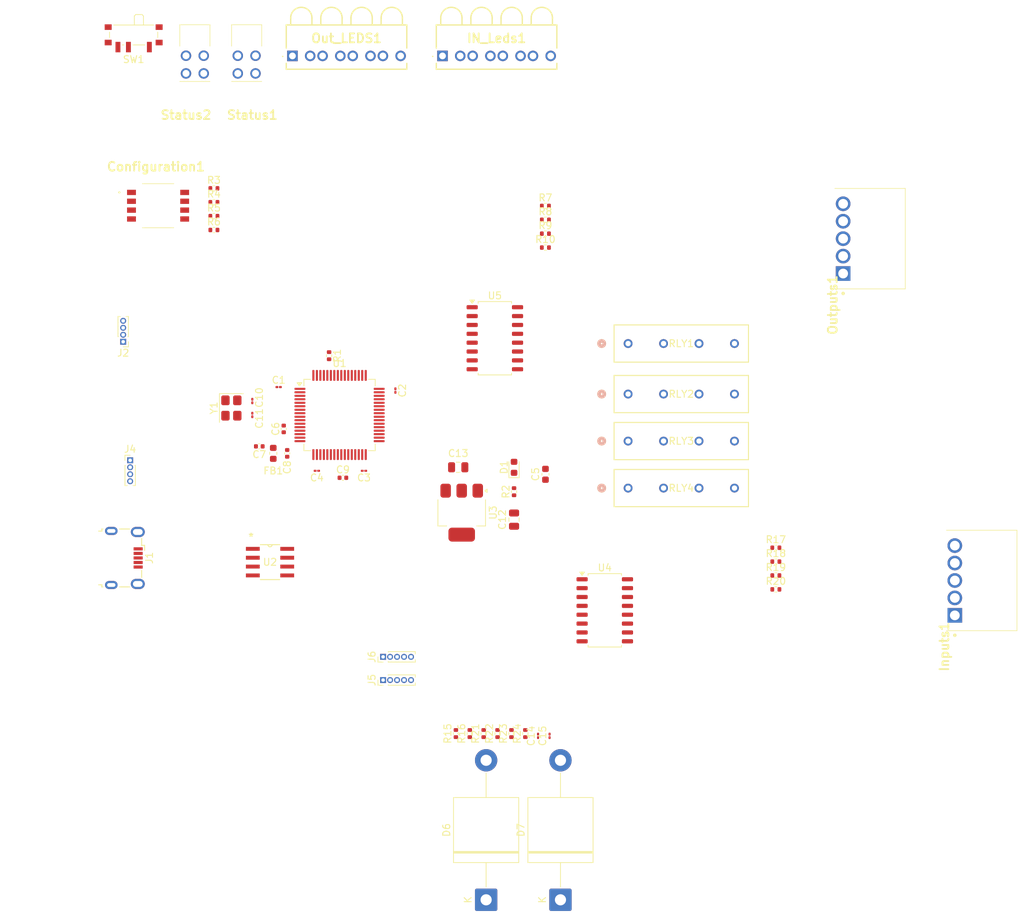
<source format=kicad_pcb>
(kicad_pcb (version 20241229) (generator "pcbnew") (generator_version "9.0")
  (layers (0 "F.Cu" signal) (2 "B.Cu" power) (13 "F.Paste" user) (15 "B.Paste" user) (5 "F.SilkS" user "F.Silkscreen") (7 "B.SilkS" user "B.Silkscreen") (1 "F.Mask" user) (3 "B.Mask" user) (25 "Edge.Cuts" user))
  (net 0 "")
  (net 1 "+3.3V")
  (net 2 "GND")
  (net 3 "+3.3VA")
  (net 4 "/NRST")
  (net 5 "/HSE_IN")
  (net 6 "/HSE_OUT")
  (net 7 "VBUS")
  (net 8 "/pwr_led_k")
  (net 11 "/USB_D-")
  (net 15 "/USB_D+")
  (net 16 "/swclk")
  (net 17 "/swdio")
  (net 18 "/USART2_TX")
  (net 19 "/USART2_RX")
  (net 20 "/USART3_TX")
  (net 21 "/USART3_RX")
  (net 22 "/BOOT0")
  (net 23 "/SW_BOOT0")
  (net 25 "/GPIO_out2")
  (net 26 "Net-(Inputs1-Pad4)")
  (net 27 "Net-(Inputs1-Pad3)")
  (net 29 "/485B-")
  (net 30 "Net-(Inputs1-Pad5)")
  (net 31 "/485A+")
  (net 32 "/GPIO_in3")
  (net 33 "/USART2_DE")
  (net 39 "/GPIO_INCon0")
  (net 44 "/GPIO_INCon1")
  (net 45 "/GPIO_INCon2")
  (net 46 "/GPIO_out0")
  (net 48 "/GPIO_INCon4")
  (net 49 "/GPIO_out3")
  (net 50 "/GPIO_in2")
  (net 52 "/GPIO_in0")
  (net 53 "Net-(Inputs1-Pad1)")
  (net 55 "/GPIO_in1")
  (net 59 "/GPIO_INCon3")
  (net 61 "Net-(Inputs1-Pad2)")
  (net 62 "/GPIO_out1")
  (net 65 "/Out0")
  (net 66 "/RelCom")
  (net 67 "/Out2")
  (net 68 "/Out1")
  (net 69 "/Out3")
  (net 70 "/InLED_A1")
  (net 71 "/InLED_Opto0")
  (net 72 "/InLED_A3")
  (net 73 "/Coi0")
  (net 74 "/Coi1")
  (net 75 "/Coi2")
  (net 76 "/Coi3")
  (net 77 "/GPIO_outRel1")
  (net 78 "/GPIO_outRel2")
  (net 79 "/GPIO_outRel0")
  (net 83 "/GPIO_outRel3")
  (net 85 "/InLED_A0")
  (net 86 "Net-(U5-Pad7)")
  (net 87 "Net-(U5-Pad3)")
  (net 88 "Net-(U5-Pad5)")
  (net 89 "Net-(U5-Pad1)")
  (net 90 "Net-(J5-Pin_3)")
  (net 91 "Net-(Status1-K_2)")
  (net 92 "Net-(Status1-K_1)")
  (net 93 "Net-(Status2-K_2)")
  (net 94 "Net-(Status2-K_1)")
  (net 95 "/LEDOut0")
  (net 96 "/LEDOut1")
  (net 97 "/LEDOut3")
  (net 98 "/LEDOut2")
  (net 99 "/InLED_A2")
  (net 100 "/InLED_Opto2")
  (net 101 "/InLED_Opto1")
  (net 102 "/InLED_Opto3")
  (net 103 "Net-(Configuration1-NO_4)")
  (net 104 "Net-(Configuration1-NO_2)")
  (net 105 "Net-(Configuration1-NO_1)")
  (net 106 "Net-(Configuration1-NO_3)")
  (footprint "MountingHole:MountingHole_3.5mm" (layer "F.Cu") (at 56.5 128)
    (property "Reference" "H2")
    (property "Value" "MountingHole")
    (pad "" np_thru_hole circle (at 0 0) (size 3.5 3.5) (drill 3.5) (layers "*.Cu" "*.Mask"))
  )
  (footprint "Capacitor_SMD:C_01005_0402Metric" (layer "F.Cu") (at 89.5 99.5 180)
    (property "Reference" "C3" (at 0 -1 0) (layer "F.SilkS"))
    (property "Value" "100n")
    (pad "1" smd roundrect (at -0.25 0 180) (size 0.4 0.3) (layers "F.Cu" "F.Mask") (net 1 "+3.3V"))
    (pad "2" smd roundrect (at 0.25 0 180) (size 0.4 0.3) (layers "F.Cu" "F.Mask") (net 2 "GND"))
  )
  (footprint "Resistor_SMD:R_0402_1005Metric" (layer "F.Cu") (at 148.51 114.51)
    (property "Reference" "R19" (at 0 -1.17 0) (layer "F.SilkS"))
    (property "Value" "1k")
    (pad "1" smd roundrect (at -0.51 0) (size 0.54 0.64) (layers "F.Cu" "F.Mask" "F.Paste") (net 26 "Net-(Inputs1-Pad4)"))
    (pad "2" smd roundrect (at 0.51 0) (size 0.54 0.64) (layers "F.Cu" "F.Mask" "F.Paste") (net 99 "/InLED_A2"))
  )
  (footprint "Resistor_SMD:R_0402_1005Metric" (layer "F.Cu") (at 68 62.99)
    (property "Reference" "R5" (at 0 -1.17 0) (layer "F.SilkS"))
    (property "Value" "10K")
    (pad "1" smd roundrect (at -0.51 0) (size 0.54 0.64) (layers "F.Cu" "F.Mask" "F.Paste") (net 104 "Net-(Configuration1-NO_2)"))
    (pad "2" smd roundrect (at 0.51 0) (size 0.54 0.64) (layers "F.Cu" "F.Mask" "F.Paste") (net 50 "/GPIO_in2"))
  )
  (footprint "3570-1419-054:RELAY4_3570-1333-051_COM" (layer "F.Cu") (at 127.34 81.2596)
    (property "Reference" "RLY1" (at 7.62 0 0) (layer "F.SilkS"))
    (property "Value" "3570-1333-051")
    (pad "1" thru_hole circle (at 0 0) (size 1.27 1.27) (drill 0.762) (layers "*.Cu" "*.Mask") (net 66 "/RelCom"))
    (pad "2" thru_hole circle (at 5.08 0) (size 1.27 1.27) (drill 0.762) (layers "*.Cu" "*.Mask") (net 7 "VBUS"))
    (pad "3" thru_hole circle (at 10.16 0) (size 1.27 1.27) (drill 0.762) (layers "*.Cu" "*.Mask") (net 73 "/Coi0"))
    (pad "4" thru_hole circle (at 15.24 0) (size 1.27 1.27) (drill 0.762) (layers "*.Cu" "*.Mask") (net 65 "/Out0"))
  )
  (footprint "Capacitor_SMD:C_0402_1005Metric" (layer "F.Cu") (at 74.5 96 180)
    (property "Reference" "C7" (at 0 -1.16 0) (layer "F.SilkS"))
    (property "Value" "1u")
    (pad "1" smd roundrect (at -0.48 0 180) (size 0.56 0.62) (layers "F.Cu" "F.Mask" "F.Paste") (net 3 "+3.3VA"))
    (pad "2" smd roundrect (at 0.48 0 180) (size 0.56 0.62) (layers "F.Cu" "F.Mask" "F.Paste") (net 2 "GND"))
  )
  (footprint "Package_QFP:LQFP-64_10x10mm_P0.5mm" (layer "F.Cu") (at 86 91.5)
    (property "Reference" "U1" (at 0 -7.4 0) (layer "F.SilkS"))
    (property "Value" "STM32F446RETx")
    (pad "1" smd roundrect (at -5.675 -3.75) (size 1.55 0.3) (layers "F.Cu" "F.Mask" "F.Paste") (net 1 "+3.3V"))
    (pad "2" smd roundrect (at -5.675 -3.25) (size 1.55 0.3) (layers "F.Cu" "F.Mask" "F.Paste"))
    (pad "3" smd roundrect (at -5.675 -2.75) (size 1.55 0.3) (layers "F.Cu" "F.Mask" "F.Paste"))
    (pad "4" smd roundrect (at -5.675 -2.25) (size 1.55 0.3) (layers "F.Cu" "F.Mask" "F.Paste"))
    (pad "5" smd roundrect (at -5.675 -1.75) (size 1.55 0.3) (layers "F.Cu" "F.Mask" "F.Paste") (net 5 "/HSE_IN"))
    (pad "6" smd roundrect (at -5.675 -1.25) (size 1.55 0.3) (layers "F.Cu" "F.Mask" "F.Paste") (net 6 "/HSE_OUT"))
    (pad "7" smd roundrect (at -5.675 -0.75) (size 1.55 0.3) (layers "F.Cu" "F.Mask" "F.Paste") (net 4 "/NRST"))
    (pad "8" smd roundrect (at -5.675 -0.25) (size 1.55 0.3) (layers "F.Cu" "F.Mask" "F.Paste") (net 52 "/GPIO_in0"))
    (pad "9" smd roundrect (at -5.675 0.25) (size 1.55 0.3) (layers "F.Cu" "F.Mask" "F.Paste") (net 55 "/GPIO_in1"))
    (pad "10" smd roundrect (at -5.675 0.75) (size 1.55 0.3) (layers "F.Cu" "F.Mask" "F.Paste") (net 50 "/GPIO_in2"))
    (pad "11" smd roundrect (at -5.675 1.25) (size 1.55 0.3) (layers "F.Cu" "F.Mask" "F.Paste") (net 32 "/GPIO_in3"))
    (pad "12" smd roundrect (at -5.675 1.75) (size 1.55 0.3) (layers "F.Cu" "F.Mask" "F.Paste") (net 2 "GND"))
    (pad "13" smd roundrect (at -5.675 2.25) (size 1.55 0.3) (layers "F.Cu" "F.Mask" "F.Paste") (net 3 "+3.3VA"))
    (pad "14" smd roundrect (at -5.675 2.75) (size 1.55 0.3) (layers "F.Cu" "F.Mask" "F.Paste"))
    (pad "15" smd roundrect (at -5.675 3.25) (size 1.55 0.3) (layers "F.Cu" "F.Mask" "F.Paste") (net 33 "/USART2_DE"))
    (pad "16" smd roundrect (at -5.675 3.75) (size 1.55 0.3) (layers "F.Cu" "F.Mask" "F.Paste") (net 18 "/USART2_TX"))
    (pad "17" smd roundrect (at -3.75 5.675) (size 0.3 1.55) (layers "F.Cu" "F.Mask" "F.Paste") (net 19 "/USART2_RX"))
    (pad "18" smd roundrect (at -3.25 5.675) (size 0.3 1.55) (layers "F.Cu" "F.Mask" "F.Paste") (net 2 "GND"))
    (pad "19" smd roundrect (at -2.75 5.675) (size 0.3 1.55) (layers "F.Cu" "F.Mask" "F.Paste") (net 1 "+3.3V"))
    (pad "20" smd roundrect (at -2.25 5.675) (size 0.3 1.55) (layers "F.Cu" "F.Mask" "F.Paste") (net 79 "/GPIO_outRel0"))
    (pad "21" smd roundrect (at -1.75 5.675) (size 0.3 1.55) (layers "F.Cu" "F.Mask" "F.Paste") (net 77 "/GPIO_outRel1"))
    (pad "22" smd roundrect (at -1.25 5.675) (size 0.3 1.55) (layers "F.Cu" "F.Mask" "F.Paste") (net 78 "/GPIO_outRel2"))
    (pad "23" smd roundrect (at -0.75 5.675) (size 0.3 1.55) (layers "F.Cu" "F.Mask" "F.Paste") (net 83 "/GPIO_outRel3"))
    (pad "24" smd roundrect (at -0.25 5.675) (size 0.3 1.55) (layers "F.Cu" "F.Mask" "F.Paste"))
    (pad "25" smd roundrect (at 0.25 5.675) (size 0.3 1.55) (layers "F.Cu" "F.Mask" "F.Paste") (net 21 "/USART3_RX"))
    (pad "26" smd roundrect (at 0.75 5.675) (size 0.3 1.55) (layers "F.Cu" "F.Mask" "F.Paste"))
    (pad "27" smd roundrect (at 1.25 5.675) (size 0.3 1.55) (layers "F.Cu" "F.Mask" "F.Paste"))
    (pad "28" smd roundrect (at 1.75 5.675) (size 0.3 1.55) (layers "F.Cu" "F.Mask" "F.Paste"))
    (pad "29" smd roundrect (at 2.25 5.675) (size 0.3 1.55) (layers "F.Cu" "F.Mask" "F.Paste") (net 20 "/USART3_TX"))
    (pad "30" smd roundrect (at 2.75 5.675) (size 0.3 1.55) (layers "F.Cu" "F.Mask" "F.Paste"))
    (pad "31" smd roundrect (at 3.25 5.675) (size 0.3 1.55) (layers "F.Cu" "F.Mask" "F.Paste") (net 2 "GND"))
    (pad "32" smd roundrect (at 3.75 5.675) (size 0.3 1.55) (layers "F.Cu" "F.Mask" "F.Paste") (net 1 "+3.3V"))
    (pad "33" smd roundrect (at 5.675 3.75) (size 1.55 0.3) (layers "F.Cu" "F.Mask" "F.Paste") (net 39 "/GPIO_INCon0"))
    (pad "34" smd roundrect (at 5.675 3.25) (size 1.55 0.3) (layers "F.Cu" "F.Mask" "F.Paste") (net 45 "/GPIO_INCon2"))
    (pad "35" smd roundrect (at 5.675 2.75) (size 1.55 0.3) (layers "F.Cu" "F.Mask" "F.Paste") (net 59 "/GPIO_INCon3"))
    (pad "36" smd roundrect (at 5.675 2.25) (size 1.55 0.3) (layers "F.Cu" "F.Mask" "F.Paste") (net 59 "/GPIO_INCon3"))
    (pad "37" smd roundrect (at 5.675 1.75) (size 1.55 0.3) (layers "F.Cu" "F.Mask" "F.Paste"))
    (pad "38" smd roundrect (at 5.675 1.25) (size 1.55 0.3) (layers "F.Cu" "F.Mask" "F.Paste"))
    (pad "39" smd roundrect (at 5.675 0.75) (size 1.55 0.3) (layers "F.Cu" "F.Mask" "F.Paste"))
    (pad "40" smd roundrect (at 5.675 0.25) (size 1.55 0.3) (layers "F.Cu" "F.Mask" "F.Paste"))
    (pad "41" smd roundrect (at 5.675 -0.25) (size 1.55 0.3) (layers "F.Cu" "F.Mask" "F.Paste"))
    (pad "42" smd roundrect (at 5.675 -0.75) (size 1.55 0.3) (layers "F.Cu" "F.Mask" "F.Paste"))
    (pad "43" smd roundrect (at 5.675 -1.25) (size 1.55 0.3) (layers "F.Cu" "F.Mask" "F.Paste"))
    (pad "44" smd roundrect (at 5.675 -1.75) (size 1.55 0.3) (layers "F.Cu" "F.Mask" "F.Paste") (net 11 "/USB_D-"))
    (pad "45" smd roundrect (at 5.675 -2.25) (size 1.55 0.3) (layers "F.Cu" "F.Mask" "F.Paste") (net 15 "/USB_D+"))
    (pad "46" smd roundrect (at 5.675 -2.75) (size 1.55 0.3) (layers "F.Cu" "F.Mask" "F.Paste") (net 17 "/swdio"))
    (pad "47" smd roundrect (at 5.675 -3.25) (size 1.55 0.3) (layers "F.Cu" "F.Mask" "F.Paste") (net 2 "GND"))
    (pad "48" smd roundrect (at 5.675 -3.75) (size 1.55 0.3) (layers "F.Cu" "F.Mask" "F.Paste") (net 1 "+3.3V"))
    (pad "49" smd roundrect (at 3.75 -5.675) (size 0.3 1.55) (layers "F.Cu" "F.Mask" "F.Paste") (net 16 "/swclk"))
    (pad "50" smd roundrect (at 3.25 -5.675) (size 0.3 1.55) (layers "F.Cu" "F.Mask" "F.Paste"))
    (pad "51" smd roundrect (at 2.75 -5.675) (size 0.3 1.55) (layers "F.Cu" "F.Mask" "F.Paste"))
    (pad "52" smd roundrect (at 2.25 -5.675) (size 0.3 1.55) (layers "F.Cu" "F.Mask" "F.Paste"))
    (pad "53" smd roundrect (at 1.75 -5.675) (size 0.3 1.55) (layers "F.Cu" "F.Mask" "F.Paste"))
    (pad "54" smd roundrect (at 1.25 -5.675) (size 0.3 1.55) (layers "F.Cu" "F.Mask" "F.Paste"))
    (pad "55" smd roundrect (at 0.75 -5.675) (size 0.3 1.55) (layers "F.Cu" "F.Mask" "F.Paste") (net 46 "/GPIO_out0"))
    (pad "56" smd roundrect (at 0.25 -5.675) (size 0.3 1.55) (layers "F.Cu" "F.Mask" "F.Paste") (net 62 "/GPIO_out1"))
    (pad "57" smd roundrect (at -0.25 -5.675) (size 0.3 1.55) (layers "F.Cu" "F.Mask" "F.Paste") (net 25 "/GPIO_out2"))
    (pad "58" smd roundrect (at -0.75 -5.675) (size 0.3 1.55) (layers "F.Cu" "F.Mask" "F.Paste") (net 49 "/GPIO_out3"))
    (pad "59" smd roundrect (at -1.25 -5.675) (size 0.3 1.55) (layers "F.Cu" "F.Mask" "F.Paste"))
    (pad "60" smd roundrect (at -1.75 -5.675) (size 0.3 1.55) (layers "F.Cu" "F.Mask" "F.Paste") (net 22 "/BOOT0"))
    (pad "61" smd roundrect (at -2.25 -5.675) (size 0.3 1.55) (layers "F.Cu" "F.Mask" "F.Paste"))
    (pad "62" smd roundrect (at -2.75 -5.675) (size 0.3 1.55) (layers "F.Cu" "F.Mask" "F.Paste"))
    (pad "63" smd roundrect (at -3.25 -5.675) (size 0.3 1.55) (layers "F.Cu" "F.Mask" "F.Paste") (net 2 "GND"))
    (pad "64" smd roundrect (at -3.75 -5.675) (size 0.3 1.55) (layers "F.Cu" "F.Mask" "F.Paste") (net 1 "+3.3V"))
  )
  (footprint "Inductor_SMD:L_0603_1608Metric" (layer "F.Cu") (at 76.5 97 -90)
    (property "Reference" "FB1" (at 2.5 0 0) (layer "F.SilkS"))
    (property "Value" "120R")
    (pad "1" smd roundrect (at -0.7875 0 270) (size 0.875 0.95) (layers "F.Cu" "F.Mask" "F.Paste") (net 3 "+3.3VA"))
    (pad "2" smd roundrect (at 0.7875 0 270) (size 0.875 0.95) (layers "F.Cu" "F.Mask" "F.Paste") (net 1 "+3.3V"))
  )
  (footprint "Connector_PinHeader_1.00mm:PinHeader_1x04_P1.00mm_Vertical" (layer "F.Cu") (at 56 98)
    (property "Reference" "J4" (at 0 -1.61 0) (layer "F.SilkS"))
    (property "Value" "USART3")
    (pad "1" thru_hole rect (at 0 0) (size 0.85 0.85) (drill 0.5) (layers "*.Cu" "*.Mask") (net 1 "+3.3V"))
    (pad "2" thru_hole circle (at 0 1) (size 0.85 0.85) (drill 0.5) (layers "*.Cu" "*.Mask") (net 20 "/USART3_TX"))
    (pad "3" thru_hole circle (at 0 2) (size 0.85 0.85) (drill 0.5) (layers "*.Cu" "*.Mask") (net 21 "/USART3_RX"))
    (pad "4" thru_hole circle (at 0 3) (size 0.85 0.85) (drill 0.5) (layers "*.Cu" "*.Mask") (net 2 "GND"))
  )
  (footprint "Resistor_SMD:R_0402_1005Metric" (layer "F.Cu") (at 115.49 65.51)
    (property "Reference" "R9" (at 0 -1.17 0) (layer "F.SilkS"))
    (property "Value" "1k5")
    (pad "1" smd roundrect (at -0.51 0) (size 0.54 0.64) (layers "F.Cu" "F.Mask" "F.Paste") (net 7 "VBUS"))
    (pad "2" smd roundrect (at 0.51 0) (size 0.54 0.64) (layers "F.Cu" "F.Mask" "F.Paste") (net 75 "/Coi2"))
  )
  (footprint "Capacitor_SMD:C_0402_1005Metric" (layer "F.Cu") (at 86.48 100.5)
    (property "Reference" "C9" (at 0 -1.16 0) (layer "F.SilkS"))
    (property "Value" "100n")
    (pad "1" smd roundrect (at -0.48 0) (size 0.56 0.62) (layers "F.Cu" "F.Mask" "F.Paste") (net 4 "/NRST"))
    (pad "2" smd roundrect (at 0.48 0) (size 0.56 0.62) (layers "F.Cu" "F.Mask" "F.Paste") (net 2 "GND"))
  )
  (footprint "Capacitor_SMD:C_0805_2012Metric" (layer "F.Cu") (at 103 99)
    (property "Reference" "C13" (at 0 -2 0) (layer "F.SilkS"))
    (property "Value" "22u")
    (pad "1" smd roundrect (at -0.95 0) (size 1 1.45) (layers "F.Cu" "F.Mask" "F.Paste") (net 7 "VBUS"))
    (pad "2" smd roundrect (at 0.95 0) (size 1 1.45) (layers "F.Cu" "F.Mask" "F.Paste") (net 2 "GND"))
  )
  (footprint "1963450:1963450" (layer "F.Cu") (at 158.15 71.225 90)
    (property "Reference" "Outputs1" (at -4.5 -1.5 90) (layer "F.SilkS") (effects (font (size 1.27 1.27) (thickness 0.254))))
    (property "Value" "1963450" (hide yes))
    (pad "1" thru_hole rect (at 0 0 90) (size 2.1 2.1) (drill 1.4) (layers "*.Cu" "*.Mask") (net 69 "/Out3"))
    (pad "2" thru_hole circle (at 2.5 0 90) (size 2.1 2.1) (drill 1.4) (layers "*.Cu" "*.Mask") (net 67 "/Out2"))
    (pad "3" thru_hole circle (at 5 0 90) (size 2.1 2.1) (drill 1.4) (layers "*.Cu" "*.Mask") (net 68 "/Out1"))
    (pad "4" thru_hole circle (at 7.5 0 90) (size 2.1 2.1) (drill 1.4) (layers "*.Cu" "*.Mask") (net 65 "/Out0"))
    (pad "5" thru_hole circle (at 10 0 90) (size 2.1 2.1) (drill 1.4) (layers "*.Cu" "*.Mask") (net 66 "/RelCom"))
  )
  (footprint "Capacitor_SMD:C_01005_0402Metric" (layer "F.Cu") (at 116.09 137.5 90)
    (property "Reference" "C15" (at 0 -1 90) (layer "F.SilkS"))
    (property "Value" "100n")
    (pad "1" smd roundrect (at -0.25 0 90) (size 0.4 0.3) (layers "F.Cu" "F.Mask") (net 1 "+3.3V"))
    (pad "2" smd roundrect (at 0.25 0 90) (size 0.4 0.3) (layers "F.Cu" "F.Mask") (net 2 "GND"))
  )
  (footprint "Resistor_SMD:R_0402_1005Metric" (layer "F.Cu") (at 106.65 137.17 90)
    (property "Reference" "R21" (at 0 -1.17 90) (layer "F.SilkS"))
    (property "Value" "10K")
    (pad "1" smd roundrect (at -0.51 0 90) (size 0.54 0.64) (layers "F.Cu" "F.Mask" "F.Paste") (net 39 "/GPIO_INCon0"))
    (pad "2" smd roundrect (at 0.51 0 90) (size 0.54 0.64) (layers "F.Cu" "F.Mask" "F.Paste") (net 1 "+3.3V"))
  )
  (footprint "Connector_PinHeader_1.00mm:PinHeader_1x05_P1.00mm_Vertical" (layer "F.Cu") (at 92.24 129.5 90)
    (property "Reference" "J5" (at 0 -1.61 90) (layer "F.SilkS"))
    (property "Value" "InterPCBBus1")
    (pad "1" thru_hole rect (at 0 0 90) (size 0.85 0.85) (drill 0.5) (layers "*.Cu" "*.Mask") (net 7 "VBUS"))
    (pad "2" thru_hole circle (at 0 1 90) (size 0.85 0.85) (drill 0.5) (layers "*.Cu" "*.Mask") (net 29 "/485B-"))
    (pad "3" thru_hole circle (at 0 2 90) (size 0.85 0.85) (drill 0.5) (layers "*.Cu" "*.Mask") (net 90 "Net-(J5-Pin_3)"))
    (pad "4" thru_hole circle (at 0 3 90) (size 0.85 0.85) (drill 0.5) (layers "*.Cu" "*.Mask") (net 31 "/485A+"))
    (pad "5" thru_hole circle (at 0 4 90) (size 0.85 0.85) (drill 0.5) (layers "*.Cu" "*.Mask") (net 7 "VBUS"))
  )
  (footprint "MountingHole:MountingHole_3.5mm" (layer "F.Cu") (at 142 48.5)
    (property "Reference" "H3")
    (property "Value" "MountingHole")
    (pad "" np_thru_hole circle (at 0 0) (size 3.5 3.5) (drill 3.5) (layers "*.Cu" "*.Mask"))
  )
  (footprint "Resistor_SMD:R_0402_1005Metric" (layer "F.Cu") (at 115.49 63.52)
    (property "Reference" "R8" (at 0 -1.17 0) (layer "F.SilkS"))
    (property "Value" "1k5")
    (pad "1" smd roundrect (at -0.51 0) (size 0.54 0.64) (layers "F.Cu" "F.Mask" "F.Paste") (net 7 "VBUS"))
    (pad "2" smd roundrect (at 0.51 0) (size 0.54 0.64) (layers "F.Cu" "F.Mask" "F.Paste") (net 74 "/Coi1"))
  )
  (footprint "Capacitor_SMD:C_01005_0402Metric" (layer "F.Cu") (at 73.5 91.5 -90)
    (property "Reference" "C11" (at 0.5 -1 90) (layer "F.SilkS"))
    (property "Value" "10p")
    (pad "1" smd roundrect (at -0.25 0 270) (size 0.4 0.3) (layers "F.Cu" "F.Mask") (net 6 "/HSE_OUT"))
    (pad "2" smd roundrect (at 0.25 0 270) (size 0.4 0.3) (layers "F.Cu" "F.Mask") (net 2 "GND"))
  )
  (footprint "Package_SO:SOP-16_4.55x10.3mm_P1.27mm" (layer "F.Cu") (at 124 119.5)
    (property "Reference" "U4" (at 0 -6.1 0) (layer "F.SilkS"))
    (property "Value" "TLP290-4")
    (pad "1" smd roundrect (at -3.25 -4.445) (size 1.6 0.6) (layers "F.Cu" "F.Mask" "F.Paste") (net 71 "/InLED_Opto0"))
    (pad "2" smd roundrect (at -3.25 -3.175) (size 1.6 0.6) (layers "F.Cu" "F.Mask" "F.Paste") (net 53 "Net-(Inputs1-Pad1)"))
    (pad "3" smd roundrect (at -3.25 -1.905) (size 1.6 0.6) (layers "F.Cu" "F.Mask" "F.Paste") (net 101 "/InLED_Opto1"))
    (pad "4" smd roundrect (at -3.25 -0.635) (size 1.6 0.6) (layers "F.Cu" "F.Mask" "F.Paste") (net 53 "Net-(Inputs1-Pad1)"))
    (pad "5" smd roundrect (at -3.25 0.635) (size 1.6 0.6) (layers "F.Cu" "F.Mask" "F.Paste") (net 102 "/InLED_Opto3"))
    (pad "6" smd roundrect (at -3.25 1.905) (size 1.6 0.6) (layers "F.Cu" "F.Mask" "F.Paste") (net 53 "Net-(Inputs1-Pad1)"))
    (pad "7" smd roundrect (at -3.25 3.175) (size 1.6 0.6) (layers "F.Cu" "F.Mask" "F.Paste") (net 100 "/InLED_Opto2"))
    (pad "8" smd roundrect (at -3.25 4.445) (size 1.6 0.6) (layers "F.Cu" "F.Mask" "F.Paste") (net 53 "Net-(Inputs1-Pad1)"))
    (pad "9" smd roundrect (at 3.25 4.445) (size 1.6 0.6) (layers "F.Cu" "F.Mask" "F.Paste") (net 2 "GND"))
    (pad "10" smd roundrect (at 3.25 3.175) (size 1.6 0.6) (layers "F.Cu" "F.Mask" "F.Paste") (net 45 "/GPIO_INCon2"))
    (pad "11" smd roundrect (at 3.25 1.905) (size 1.6 0.6) (layers "F.Cu" "F.Mask" "F.Paste") (net 2 "GND"))
    (pad "12" smd roundrect (at 3.25 0.635) (size 1.6 0.6) (layers "F.Cu" "F.Mask" "F.Paste") (net 48 "/GPIO_INCon4"))
    (pad "13" smd roundrect (at 3.25 -0.635) (size 1.6 0.6) (layers "F.Cu" "F.Mask" "F.Paste") (net 2 "GND"))
    (pad "14" smd roundrect (at 3.25 -1.905) (size 1.6 0.6) (layers "F.Cu" "F.Mask" "F.Paste") (net 44 "/GPIO_INCon1"))
    (pad "15" smd roundrect (at 3.25 -3.175) (size 1.6 0.6) (layers "F.Cu" "F.Mask" "F.Paste") (net 2 "GND"))
    (pad "16" smd roundrect (at 3.25 -4.445) (size 1.6 0.6) (layers "F.Cu" "F.Mask" "F.Paste") (net 39 "/GPIO_INCon0"))
  )
  (footprint "Button_Switch_SMD:SW_SPDT_PCM12" (layer "F.Cu") (at 56.5 37.33 180)
    (property "Reference" "SW1" (at 0 -3.2 0) (layer "F.SilkS"))
    (property "Value" "SW_SPDT")
    (pad "" smd rect (at -3.65 -0.78 180) (size 1 0.8) (layers "F.Cu" "F.Mask" "F.Paste"))
    (pad "" smd rect (at -3.65 1.43 180) (size 1 0.8) (layers "F.Cu" "F.Mask" "F.Paste"))
    (pad "" np_thru_hole circle (at -1.5 0.33 180) (size 0.9 0.9) (drill 0.9) (layers "*.Cu" "*.Mask"))
    (pad "" np_thru_hole circle (at 1.5 0.33 180) (size 0.9 0.9) (drill 0.9) (layers "*.Cu" "*.Mask"))
    (pad "" smd rect (at 3.65 -0.78 180) (size 1 0.8) (layers "F.Cu" "F.Mask" "F.Paste"))
    (pad "" smd rect (at 3.65 1.43 180) (size 1 0.8) (layers "F.Cu" "F.Mask" "F.Paste"))
    (pad "1" smd rect (at -2.25 -1.43 180) (size 0.7 1.5) (layers "F.Cu" "F.Mask" "F.Paste") (net 2 "GND"))
    (pad "2" smd rect (at 0.75 -1.43 180) (size 0.7 1.5) (layers "F.Cu" "F.Mask" "F.Paste") (net 23 "/SW_BOOT0"))
    (pad "3" smd rect (at 2.25 -1.43 180) (size 0.7 1.5) (layers "F.Cu" "F.Mask" "F.Paste") (net 1 "+3.3V"))
  )
  (footprint "DipSW_DHNF04F:DHNF04FTVTR" (layer "F.Cu") (at 60 61.5 -90)
    (property "Reference" "Configuration1" (at -5.595 0.31 0) (layer "F.SilkS") (effects (font (size 1.27 1.27) (thickness 0.254))))
    (property "Value" "DHNF-04F-T-V-T_R" (hide yes))
    (pad "1" smd rect (at -1.905 3.81 270) (size 0.76 1.27) (layers "F.Cu" "F.Mask" "F.Paste") (net 2 "GND"))
    (pad "2" smd rect (at -0.635 3.81 270) (size 0.76 1.27) (layers "F.Cu" "F.Mask" "F.Paste") (net 2 "GND"))
    (pad "3" smd rect (at 0.635 3.81 270) (size 0.76 1.27) (layers "F.Cu" "F.Mask" "F.Paste") (net 2 "GND"))
    (pad "4" smd rect (at 1.905 3.81 270) (size 0.76 1.27) (layers "F.Cu" "F.Mask" "F.Paste") (net 2 "GND"))
    (pad "5" smd rect (at 1.905 -3.81 270) (size 0.76 1.27) (layers "F.Cu" "F.Mask" "F.Paste") (net 105 "Net-(Configuration1-NO_1)"))
    (pad "6" smd rect (at 0.635 -3.81 270) (size 0.76 1.27) (layers "F.Cu" "F.Mask" "F.Paste") (net 104 "Net-(Configuration1-NO_2)"))
    (pad "7" smd rect (at -0.635 -3.81 270) (size 0.76 1.27) (layers "F.Cu" "F.Mask" "F.Paste") (net 106 "Net-(Configuration1-NO_3)"))
    (pad "8" smd rect (at -1.905 -3.81 270) (size 0.76 1.27) (layers "F.Cu" "F.Mask" "F.Paste") (net 103 "Net-(Configuration1-NO_4)"))
  )
  (footprint "Resistor_SMD:R_0402_1005Metric" (layer "F.Cu") (at 68 61)
    (property "Reference" "R4" (at 0 -1.17 0) (layer "F.SilkS"))
    (property "Value" "10K")
    (pad "1" smd roundrect (at -0.51 0) (size 0.54 0.64) (layers "F.Cu" "F.Mask" "F.Paste") (net 106 "Net-(Configuration1-NO_3)"))
    (pad "2" smd roundrect (at 0.51 0) (size 0.54 0.64) (layers "F.Cu" "F.Mask" "F.Paste") (net 55 "/GPIO_in1"))
  )
  (footprint "Connector_PinHeader_1.00mm:PinHeader_1x05_P1.00mm_Vertical" (layer "F.Cu") (at 92.24 126.17 90)
    (property "Reference" "J6" (at 0 -1.61 90) (layer "F.SilkS"))
    (property "Value" "InterPCBBus2")
    (pad "1" thru_hole rect (at 0 0 90) (size 0.85 0.85) (drill 0.5) (layers "*.Cu" "*.Mask") (net 7 "VBUS"))
    (pad "2" thru_hole circle (at 0 1 90) (size 0.85 0.85) (drill 0.5) (layers "*.Cu" "*.Mask") (net 29 "/485B-"))
    (pad "3" thru_hole circle (at 0 2 90) (size 0.85 0.85) (drill 0.5) (layers "*.Cu" "*.Mask") (net 90 "Net-(J5-Pin_3)"))
    (pad "4" thru_hole circle (at 0 3 90) (size 0.85 0.85) (drill 0.5) (layers "*.Cu" "*.Mask") (net 31 "/485A+"))
    (pad "5" thru_hole circle (at 0 4 90) (size 0.85 0.85) (drill 0.5) (layers "*.Cu" "*.Mask") (net 7 "VBUS"))
  )
  (footprint "Capacitor_SMD:C_01005_0402Metric" (layer "F.Cu") (at 73.5 89.5 90)
    (property "Reference" "C10" (at 0.5 1 90) (layer "F.SilkS"))
    (property "Value" "10p")
    (pad "1" smd roundrect (at -0.25 0 90) (size 0.4 0.3) (layers "F.Cu" "F.Mask") (net 5 "/HSE_IN"))
    (pad "2" smd roundrect (at 0.25 0 90) (size 0.4 0.3) (layers "F.Cu" "F.Mask") (net 2 "GND"))
  )
  (footprint "LED 553-0122F:5530122F" (layer "F.Cu") (at 73.96 40 180)
    (property "Reference" "Status1" (at 0.46 -8.5 0) (layer "F.SilkS") (effects (font (size 1.27 1.27) (thickness 0.254))))
    (property "Value" "553-0122F" (hide yes))
    (pad "1" thru_hole circle (at 0 0 180) (size 1.5 1.5) (drill 1) (layers "*.Cu" "*.Mask") (net 62 "/GPIO_out1"))
    (pad "2" thru_hole circle (at 2.54 0 180) (size 1.5 1.5) (drill 1) (layers "*.Cu" "*.Mask") (net 92 "Net-(Status1-K_1)"))
    (pad "3" thru_hole circle (at 0 -2.54 180) (size 1.5 1.5) (drill 1) (layers "*.Cu" "*.Mask") (net 46 "/GPIO_out0"))
    (pad "4" thru_hole circle (at 2.54 -2.54 180) (size 1.5 1.5) (drill 1) (layers "*.Cu" "*.Mask") (net 91 "Net-(Status1-K_2)"))
  )
  (footprint "Capacitor_SMD:C_0402_1005Metric" (layer "F.Cu") (at 78.5 97 90)
    (property "Reference" "C8" (at -2 0 90) (layer "F.SilkS"))
    (property "Value" "1u")
    (pad "1" smd roundrect (at -0.48 0 90) (size 0.56 0.62) (layers "F.Cu" "F.Mask" "F.Paste") (net 1 "+3.3V"))
    (pad "2" smd roundrect (at 0.48 0 90) (size 0.56 0.62) (layers "F.Cu" "F.Mask" "F.Paste") (net 2 "GND"))
  )
  (footprint "Resistor_SMD:R_0402_1005Metric" (layer "F.Cu") (at 104.66 137.17 90)
    (property "Reference" "R16" (at 0 -1.17 90) (layer "F.SilkS"))
    (property "Value" "10K")
    (pad "1" smd roundrect (at -0.51 0 90) (size 0.54 0.64) (layers "F.Cu" "F.Mask" "F.Paste") (net 2 "GND"))
    (pad "2" smd roundrect (at 0.51 0 90) (size 0.54 0.64) (layers "F.Cu" "F.Mask" "F.Paste") (net 33 "/USART2_DE"))
  )
  (footprint "LED 551 0207 004F:5510207004F" (layer "F.Cu") (at 100.75 40.0275 180)
    (property "Reference" "IN_Leds1" (at -7.75 2.527 180) (layer "F.SilkS") (effects (font (size 1.27 1.27) (thickness 0.254))))
    (property "Value" "551-0207-004F" (hide yes))
    (pad "1" thru_hole rect (at 0 0 180) (size 1.509 1.509) (drill 0.97) (layers "*.Cu" "*.Mask") (net 102 "/InLED_Opto3"))
    (pad "2" thru_hole circle (at -2.54 0 180) (size 1.509 1.509) (drill 0.97) (layers "*.Cu" "*.Mask") (net 72 "/InLED_A3"))
    (pad "3" thru_hole circle (at -4.32 0 180) (size 1.509 1.509) (drill 0.97) (layers "*.Cu" "*.Mask") (net 100 "/InLED_Opto2"))
    (pad "4" thru_hole circle (at -6.86 0 180) (size 1.509 1.509) (drill 0.97) (layers "*.Cu" "*.Mask") (net 99 "/InLED_A2"))
    (pad "5" thru_hole circle (at -8.64 0 180) (size 1.509 1.509) (drill 0.97) (layers "*.Cu" "*.Mask") (net 101 "/InLED_Opto1"))
    (pad "6" thru_hole circle (at -11.18 0 180) (size 1.509 1.509) (drill 0.97) (layers "*.Cu" "*.Mask") (net 70 "/InLED_A1"))
    (pad "7" thru_hole circle (at -12.96 0 180) (size 1.509 1.509) (drill 0.97) (layers "*.Cu" "*.Mask") (net 71 "/InLED_Opto0"))
    (pad "8" thru_hole circle (at -15.5 0 180) (size 1.509 1.509) (drill 0.97) (layers "*.Cu" "*.Mask") (net 85 "/InLED_A0"))
  )
  (footprint "Capacitor_SMD:C_0402_1005Metric" (layer "F.Cu") (at 78 93.5 90)
    (property "Reference" "C6" (at 0 -1.16 90) (layer "F.SilkS"))
    (property "Value" "10n")
    (pad "1" smd roundrect (at -0.48 0 90) (size 0.56 0.62) (layers "F.Cu" "F.Mask" "F.Paste") (net 3 "+3.3VA"))
    (pad "2" smd roundrect (at 0.48 0 90) (size 0.56 0.62) (layers "F.Cu" "F.Mask" "F.Paste") (net 2 "GND"))
  )
  (footprint "Resistor_SMD:R_0402_1005Metric" (layer "F.Cu") (at 84.5 83 -90)
    (property "Reference" "R1" (at 0 -1.17 90) (layer "F.SilkS"))
    (property "Value" "10K")
    (pad "1" smd roundrect (at -0.51 0 270) (size 0.54 0.64) (layers "F.Cu" "F.Mask" "F.Paste") (net 23 "/SW_BOOT0"))
    (pad "2" smd roundrect (at 0.51 0 270) (size 0.54 0.64) (layers "F.Cu" "F.Mask" "F.Paste") (net 22 "/BOOT0"))
  )
  (footprint "Diode_THT:D_P600_R-6_P20.00mm_Horizontal" (layer "F.Cu") (at 107 161 90)
    (property "Reference" "D6" (at 10 -5.67 90) (layer "F.SilkS"))
    (property "Value" "5KPxxCA")
    (fp_text user "K" (at 0 -2.6 90) (layer "F.SilkS"))
    (pad "1" thru_hole roundrect (at 0 0 90) (size 3.2 3.2) (drill 1.6) (layers "*.Cu" "*.Mask") (roundrect_rratio 0.078125) (net 2 "GND"))
    (pad "2" thru_hole circle (at 20 0 90) (size 3.2 3.2) (drill 1.6) (layers "*.Cu" "*.Mask") (net 29 "/485B-"))
  )
  (footprint "Crystal:Crystal_SMD_3225-4Pin_3.2x2.5mm" (layer "F.Cu") (at 70.5 90.5 -90)
    (property "Reference" "Y1" (at 0 2.5 90) (layer "F.SilkS"))
    (property "Value" "16MHz")
    (pad "1" smd roundrect (at -1.1 0.85 270) (size 1.4 1.2) (layers "F.Cu" "F.Mask" "F.Paste") (roundrect_rratio 0.208333) (net 5 "/HSE_IN"))
    (pad "2" smd roundrect (at 1.1 0.85 270) (size 1.4 1.2) (layers "F.Cu" "F.Mask" "F.Paste") (roundrect_rratio 0.208333) (net 2 "GND"))
    (pad "3" smd roundrect (at 1.1 -0.85 270) (size 1.4 1.2) (layers "F.Cu" "F.Mask" "F.Paste") (roundrect_rratio 0.208333) (net 6 "/HSE_OUT"))
    (pad "4" smd roundrect (at -1.1 -0.85 270) (size 1.4 1.2) (layers "F.Cu" "F.Mask" "F.Paste") (roundrect_rratio 0.208333) (net 2 "GND"))
  )
  (footprint "Diode_THT:D_P600_R-6_P20.00mm_Horizontal" (layer "F.Cu") (at 117.65 161 90)
    (property "Reference" "D7" (at 10 -5.67 90) (layer "F.SilkS"))
    (property "Value" "5KPxxCA")
    (fp_text user "K" (at 0 -2.6 90) (layer "F.SilkS"))
    (pad "1" thru_hole roundrect (at 0 0 90) (size 3.2 3.2) (drill 1.6) (layers "*.Cu" "*.Mask") (roundrect_rratio 0.078125) (net 2 "GND"))
    (pad "2" thru_hole circle (at 20 0 90) (size 3.2 3.2) (drill 1.6) (layers "*.Cu" "*.Mask") (net 31 "/485A+"))
  )
  (footprint "3570-1419-054:RELAY4_3570-1333-051_COM" (layer "F.Cu") (at 127.34 95.2404)
    (property "Reference" "RLY3" (at 7.62 0 0) (layer "F.SilkS"))
    (property "Value" "3570-1333-051")
    (pad "1" thru_hole circle (at 0 0) (size 1.27 1.27) (drill 0.762) (layers "*.Cu" "*.Mask") (net 66 "/RelCom"))
    (pad "2" thru_hole circle (at 5.08 0) (size 1.27 1.27) (drill 0.762) (layers "*.Cu" "*.Mask") (net 7 "VBUS"))
    (pad "3" thru_hole circle (at 10.16 0) (size 1.27 1.27) (drill 0.762) (layers "*.Cu" "*.Mask") (net 75 "/Coi2"))
    (pad "4" thru_hole circle (at 15.24 0) (size 1.27 1.27) (drill 0.762) (layers "*.Cu" "*.Mask") (net 67 "/Out2"))
  )
  (footprint "3570-1419-054:RELAY4_3570-1333-051_COM" (layer "F.Cu") (at 127.34 88.5)
    (property "Reference" "RLY2" (at 7.62 0 0) (layer "F.SilkS"))
    (property "Value" "3570-1333-051")
    (pad "1" thru_hole circle (at 0 0) (size 1.27 1.27) (drill 0.762) (layers "*.Cu" "*.Mask") (net 66 "/RelCom"))
    (pad "2" thru_hole circle (at 5.08 0) (size 1.27 1.27) (drill 0.762) (layers "*.Cu" "*.Mask") (net 7 "VBUS"))
    (pad "3" thru_hole circle (at 10.16 0) (size 1.27 1.27) (drill 0.762) (layers "*.Cu" "*.Mask") (net 74 "/Coi1"))
    (pad "4" thru_hole circle (at 15.24 0) (size 1.27 1.27) (drill 0.762) (layers "*.Cu" "*.Mask") (net 68 "/Out1"))
  )
  (footprint "Capacitor_SMD:C_01005_0402Metric" (layer "F.Cu") (at 114.44 137.5 90)
    (property "Reference" "C14" (at 0 -1 90) (layer "F.SilkS"))
    (property "Value" "100n")
    (pad "1" smd roundrect (at -0.25 0 90) (size 0.4 0.3) (layers "F.Cu" "F.Mask") (net 1 "+3.3V"))
    (pad "2" smd roundrect (at 0.25 0 90) (size 0.4 0.3) (layers "F.Cu" "F.Mask") (net 2 "GND"))
  )
  (footprint "Capacitor_SMD:C_01005_0402Metric" (layer "F.Cu") (at 94 88 -90)
    (property "Reference" "C2" (at 0 -1 90) (layer "F.SilkS"))
    (property "Value" "100n")
    (pad "1" smd roundrect (at -0.25 0 270) (size 0.4 0.3) (layers "F.Cu" "F.Mask") (net 1 "+3.3V"))
    (pad "2" smd roundrect (at 0.25 0 270) (size 0.4 0.3) (layers "F.Cu" "F.Mask") (net 2 "GND"))
  )
  (footprint "Resistor_SMD:R_0402_1005Metric" (layer "F.Cu") (at 148.51 110.53)
    (property "Reference" "R17" (at 0 -1.17 0) (layer "F.SilkS"))
    (property "Value" "1k")
    (pad "1" smd roundrect (at -0.51 0) (size 0.54 0.64) (layers "F.Cu" "F.Mask" "F.Paste") (net 61 "Net-(Inputs1-Pad2)"))
    (pad "2" smd roundrect (at 0.51 0) (size 0.54 0.64) (layers "F.Cu" "F.Mask" "F.Paste") (net 85 "/InLED_A0"))
  )
  (footprint "Resistor_SMD:R_0402_1005Metric" (layer "F.Cu") (at 110.63 137.17 90)
    (property "Reference" "R23" (at 0 -1.17 90) (layer "F.SilkS"))
    (property "Value" "10K")
    (pad "1" smd roundrect (at -0.51 0 90) (size 0.54 0.64) (layers "F.Cu" "F.Mask" "F.Paste") (net 45 "/GPIO_INCon2"))
    (pad "2" smd roundrect (at 0.51 0 90) (size 0.54 0.64) (layers "F.Cu" "F.Mask" "F.Paste") (net 1 "+3.3V"))
  )
  (footprint "Resistor_SMD:R_0402_1005Metric" (layer "F.Cu") (at 108.64 137.17 90)
    (property "Reference" "R22" (at 0 -1.17 90) (layer "F.SilkS"))
    (property "Value" "10K")
    (pad "1" smd roundrect (at -0.51 0 90) (size 0.54 0.64) (layers "F.Cu" "F.Mask" "F.Paste") (net 44 "/GPIO_INCon1"))
    (pad "2" smd roundrect (at 0.51 0 90) (size 0.54 0.64) (layers "F.Cu" "F.Mask" "F.Paste") (net 1 "+3.3V"))
  )
  (footprint "Package_TO_SOT_SMD:SOT-223-3_TabPin2" (layer "F.Cu") (at 103.5 105.5 -90)
    (property "Reference" "U3" (at 0 -4.5 90) (layer "F.SilkS"))
    (property "Value" "AMS1117-3.3")
    (pad "1" smd roundrect (at -3.15 -2.3 270) (size 2 1.5) (layers "F.Cu" "F.Mask" "F.Paste") (net 2 "GND"))
    (pad "2" smd roundrect (at -3.15 0 270) (size 2 1.5) (layers "F.Cu" "F.Mask" "F.Paste") (net 1 "+3.3V"))
    (pad "2" smd roundrect (at 3.15 0 270) (size 2 3.8) (layers "F.Cu" "F.Mask" "F.Paste") (net 1 "+3.3V"))
    (pad "3" smd roundrect (at -3.15 2.3 270) (size 2 1.5) (layers "F.Cu" "F.Mask" "F.Paste") (net 7 "VBUS"))
  )
  (footprint "Capacitor_SMD:C_0603_1608Metric" (layer "F.Cu") (at 115.5 100 90)
    (property "Reference" "C5" (at 0 -1.43 90) (layer "F.SilkS"))
    (property "Value" "10u")
    (pad "1" smd roundrect (at -0.775 0 90) (size 0.9 0.95) (layers "F.Cu" "F.Mask" "F.Paste") (net 1 "+3.3V"))
    (pad "2" smd roundrect (at 0.775 0 90) (size 0.9 0.95) (layers "F.Cu" "F.Mask" "F.Paste") (net 2 "GND"))
  )
  (footprint "3570-1419-054:RELAY4_3570-1333-051_COM" (layer "F.Cu") (at 127.34 101.9808)
    (property "Reference" "RLY4" (at 7.62 0 0) (layer "F.SilkS"))
    (property "Value" "3570-1333-051")
    (pad "1" thru_hole circle (at 0 0) (size 1.27 1.27) (drill 0.762) (layers "*.Cu" "*.Mask") (net 66 "/RelCom"))
    (pad "2" thru_hole circle (at 5.08 0) (size 1.27 1.27) (drill 0.762) (layers "*.Cu" "*.Mask") (net 7 "VBUS"))
    (pad "3" thru_hole circle (at 10.16 0) (size 1.27 1.27) (drill 0.762) (layers "*.Cu" "*.Mask") (net 76 "/Coi3"))
    (pad "4" thru_hole circle (at 15.24 0) (size 1.27 1.27) (drill 0.762) (layers "*.Cu" "*.Mask") (net 69 "/Out3"))
  )
  (footprint "1963450:1963450" (layer "F.Cu") (at 174.15 120.225 90)
    (property "Reference" "Inputs1" (at -4.5 -1.5 90) (layer "F.SilkS") (effects (font (size 1.27 1.27) (thickness 0.254))))
    (property "Value" "1963450" (hide yes))
    (pad "1" thru_hole rect (at 0 0 90) (size 2.1 2.1) (drill 1.4) (layers "*.Cu" "*.Mask") (net 53 "Net-(Inputs1-Pad1)"))
    (pad "2" thru_hole circle (at 2.5 0 90) (size 2.1 2.1) (drill 1.4) (layers "*.Cu" "*.Mask") (net 61 "Net-(Inputs1-Pad2)"))
    (pad "3" thru_hole circle (at 5 0 90) (size 2.1 2.1) (drill 1.4) (layers "*.Cu" "*.Mask") (net 27 "Net-(Inputs1-Pad3)"))
    (pad "4" thru_hole circle (at 7.5 0 90) (size 2.1 2.1) (drill 1.4) (layers "*.Cu" "*.Mask") (net 26 "Net-(Inputs1-Pad4)"))
    (pad "5" thru_hole circle (at 10 0 90) (size 2.1 2.1) (drill 1.4) (layers "*.Cu" "*.Mask") (net 30 "Net-(Inputs1-Pad5)"))
  )
  (footprint "LED 553-0122F:5530122F" (layer "F.Cu") (at 66.54 40 180)
    (property "Reference" "Status2" (at 2.54 -8.5 0) (layer "F.SilkS") (effects (font (size 1.27 1.27) (thickness 0.254))))
    (property "Value" "553-0122F" (hide yes))
    (pad "1" thru_hole circle (at 0 0 180) (size 1.5 1.5) (drill 1) (layers "*.Cu" "*.Mask") (net 49 "/GPIO_out3"))
    (pad "2" thru_hole circle (at 2.54 0 180) (size 1.5 1.5) (drill 1) (layers "*.Cu" "*.Mask") (net 94 "Net-(Status2-K_1)"))
    (pad "3" thru_hole circle (at 0 -2.54 180) (size 1.5 1.5) (drill 1) (layers "*.Cu" "*.Mask") (net 25 "/GPIO_out2"))
    (pad "4" thru_hole circle (at 2.54 -2.54 180) (size 1.5 1.5) (drill 1) (layers "*.Cu" "*.Mask") (net 93 "Net-(Status2-K_2)"))
  )
  (footprint "Capacitor_SMD:C_0805_2012Metric" (layer "F.Cu") (at 111 106.5 90)
    (property "Reference" "C12" (at 0 -1.68 90) (layer "F.SilkS"))
    (property "Value" "22u")
    (pad "1" smd roundrect (at -0.95 0 90) (size 1 1.45) (layers "F.Cu" "F.Mask" "F.Paste") (net 1 "+3.3V"))
    (pad "2" smd roundrect (at 0.95 0 90) (size 1 1.45) (layers "F.Cu" "F.Mask" "F.Paste") (net 2 "GND"))
  )
  (footprint "Resistor_SMD:R_0402_1005Metric" (layer "F.Cu") (at 102.67 137.17 90)
    (property "Reference" "R15" (at 0 -1.17 90) (layer "F.SilkS"))
    (property "Value" "10K")
    (pad "1" smd roundrect (at -0.51 0 90) (size 0.54 0.64) (layers "F.Cu" "F.Mask" "F.Paste") (net 19 "/USART2_RX"))
    (pad "2" smd roundrect (at 0.51 0 90) (size 0.54 0.64) (layers "F.Cu" "F.Mask" "F.Paste") (net 1 "+3.3V"))
  )
  (footprint "Resistor_SMD:R_0402_1005Metric" (layer "F.Cu") (at 111 102.5 90)
    (property "Reference" "R2" (at 0 -1.17 90) (layer "F.SilkS"))
    (property "Value" "1k5")
    (pad "1" smd roundrect (at -0.51 0 90) (size 0.54 0.64) (layers "F.Cu" "F.Mask" "F.Paste") (net 8 "/pwr_led_k"))
    (pad "2" smd roundrect (at 0.51 0 90) (size 0.54 0.64) (layers "F.Cu" "F.Mask" "F.Paste") (net 2 "GND"))
  )
  (footprint "Resistor_SMD:R_0402_1005Metric" (layer "F.Cu") (at 148.51 116.5)
    (property "Reference" "R20" (at 0 -1.17 0) (layer "F.SilkS"))
    (property "Value" "1k")
    (pad "1" smd roundrect (at -0.51 0) (size 0.54 0.64) (layers "F.Cu" "F.Mask" "F.Paste") (net 30 "Net-(Inputs1-Pad5)"))
    (pad "2" smd roundrect (at 0.51 0) (size 0.54 0.64) (layers "F.Cu" "F.Mask" "F.Paste") (net 72 "/InLED_A3"))
  )
  (footprint "MountingHole:MountingHole_3.5mm" (layer "F.Cu") (at 42.5 40)
    (property "Reference" "H4")
    (property "Value" "MountingHole")
    (pad "" np_thru_hole circle (at 0 0) (size 3.5 3.5) (drill 3.5) (layers "*.Cu" "*.Mask"))
  )
  (footprint "SN65HVD1781D:SN65HVD1781D" (layer "F.Cu") (at 76.0362 112.595)
    (property "Reference" "U2" (at 0 0 0) (layer "F.SilkS"))
    (property "Value" "SN65HVD1781D")
    (fp_text user "*" (at -2.7178 -3.6068 0) (layer "F.SilkS"))
    (fp_text user "*" (at -2.7178 -3.6068 0) (layer "F.SilkS"))
    (pad "1" smd rect (at -2.4638 -1.905) (size 1.9812 0.5588) (layers "F.Cu" "F.Mask" "F.Paste") (net 19 "/USART2_RX"))
    (pad "2" smd rect (at -2.4638 -0.635) (size 1.9812 0.5588) (layers "F.Cu" "F.Mask" "F.Paste") (net 33 "/USART2_DE"))
    (pad "3" smd rect (at -2.4638 0.635) (size 1.9812 0.5588) (layers "F.Cu" "F.Mask" "F.Paste") (net 33 "/USART2_DE"))
    (pad "4" smd rect (at -2.4638 1.905) (size 1.9812 0.5588) (layers "F.Cu" "F.Mask" "F.Paste") (net 18 "/USART2_TX"))
    (pad "5" smd rect (at 2.4638 1.905) (size 1.9812 0.5588) (layers "F.Cu" "F.Mask" "F.Paste") (net 2 "GND"))
    (pad "6" smd rect (at 2.4638 0.635) (size 1.9812 0.5588) (layers "F.Cu" "F.Mask" "F.Paste") (net 31 "/485A+"))
    (pad "7" smd rect (at 2.4638 -0.635) (size 1.9812 0.5588) (layers "F.Cu" "F.Mask" "F.Paste") (net 29 "/485B-"))
    (pad "8" smd rect (at 2.4638 -1.905) (size 1.9812 0.5588) (layers "F.Cu" "F.Mask" "F.Paste") (net 1 "+3.3V"))
  )
  (footprint "Capacitor_SMD:C_01005_0402Metric" (layer "F.Cu") (at 82.75 99.5 180)
    (property "Reference" "C4" (at 0 -1 0) (layer "F.SilkS"))
    (property "Value" "100n")
    (pad "1" smd roundrect (at -0.25 0 180) (size 0.4 0.3) (layers "F.Cu" "F.Mask") (net 1 "+3.3V"))
    (pad "2" smd roundrect (at 0.25 0 180) (size 0.4 0.3) (layers "F.Cu" "F.Mask") (net 2 "GND"))
  )
  (footprint "Resistor_SMD:R_0402_1005Metric" (layer "F.Cu") (at 112.62 137.17 90)
    (property "Reference" "R24" (at 0 -1.17 90) (layer "F.SilkS"))
    (property "Value" "10K")
    (pad "1" smd roundrect (at -0.51 0 90) (size 0.54 0.64) (layers "F.Cu" "F.Mask" "F.Paste") (net 48 "/GPIO_INCon4"))
    (pad "2" smd roundrect (at 0.51 0 90) (size 0.54 0.64) (layers "F.Cu" "F.Mask" "F.Paste") (net 1 "+3.3V"))
  )
  (footprint "LED 551 0207 004F:5510207004F" (layer "F.Cu") (at 79.25 40.0275 180)
    (property "Reference" "Out_LEDS1" (at -7.75 2.527 180) (layer "F.SilkS") (effects (font (size 1.27 1.27) (thickness 0.254))))
    (property "Value" "551-0207-004F" (hide yes))
    (pad "1" thru_hole rect (at 0 0 180) (size 1.509 1.509) (drill 0.97) (layers "*.Cu" "*.Mask") (net 97 "/LEDOut3"))
    (pad "2" thru_hole circle (at -2.54 0 180) (size 1.509 1.509) (drill 0.97) (layers "*.Cu" "*.Mask") (net 83 "/GPIO_outRel3"))
    (pad "3" thru_hole circle (at -4.32 0 180) (size 1.509 1.509) (drill 0.97) (layers "*.Cu" "*.Mask") (net 98 "/LEDOut2"))
    (pad "4" thru_hole circle (at -6.86 0 180) (size 1.509 1.509) (drill 0.97) (layers "*.Cu" "*.Mask") (net 78 "/GPIO_outRel2"))
    (pad "5" thru_hole circle (at -8.64 0 180) (size 1.509 1.509) (drill 0.97) (layers "*.Cu" "*.Mask") (net 96 "/LEDOut1"))
    (pad "6" thru_hole circle (at -11.18 0 180) (size 1.509 1.509) (drill 0.97) (layers "*.Cu" "*.Mask") (net 77 "/GPIO_outRel1"))
    (pad "7" thru_hole circle (at -12.96 0 180) (size 1.509 1.509) (drill 0.97) (layers "*.Cu" "*.Mask") (net 95 "/LEDOut0"))
    (pad "8" thru_hole circle (at -15.5 0 180) (size 1.509 1.509) (drill 0.97) (layers "*.Cu" "*.Mask") (net 79 "/GPIO_outRel0"))
  )
  (footprint "Resistor_SMD:R_0402_1005Metric" (layer "F.Cu") (at 148.51 112.52)
    (property "Reference" "R18" (at 0 -1.17 0) (layer "F.SilkS"))
    (property "Value" "1k")
    (pad "1" smd roundrect (at -0.51 0) (size 0.54 0.64) (layers "F.Cu" "F.Mask" "F.Paste") (net 27 "Net-(Inputs1-Pad3)"))
    (pad "2" smd roundrect (at 0.51 0) (size 0.54 0.64) (layers "F.Cu" "F.Mask" "F.Paste") (net 70 "/InLED_A1"))
  )
  (footprint "Resistor_SMD:R_0402_1005Metric" (layer "F.Cu") (at 68 59.01)
    (property "Reference" "R3" (at 0 -1.17 0) (layer "F.SilkS"))
    (property "Value" "10K")
    (pad "1" smd roundrect (at -0.51 0) (size 0.54 0.64) (layers "F.Cu" "F.Mask" "F.Paste") (net 103 "Net-(Configuration1-NO_4)"))
    (pad "2" smd roundrect (at 0.51 0) (size 0.54 0.64) (layers "F.Cu" "F.Mask" "F.Paste") (net 52 "/GPIO_in0"))
  )
  (footprint "Capacitor_SMD:C_01005_0402Metric" (layer "F.Cu") (at 77.275 87.5)
    (property "Reference" "C1" (at 0 -1 0) (layer "F.SilkS"))
    (property "Value" "100n")
    (pad "1" smd roundrect (at -0.25 0) (size 0.4 0.3) (layers "F.Cu" "F.Mask") (net 1 "+3.3V"))
    (pad "2" smd roundrect (at 0.25 0) (size 0.4 0.3) (layers "F.Cu" "F.Mask") (net 2 "GND"))
  )
  (footprint "Connector_USB:USB_Micro-B_Wuerth_629105150521" (layer "F.Cu") (at 55.245 111.995 -90)
    (property "Reference" "J1" (at 0 -3.5 90) (layer "F.SilkS"))
    (property "Value" "USB_B_Micro")
    (pad "" np_thru_hole oval (at -2.5 -0.8 270) (size 0.8 0.8) (drill 0.8) (layers "*.Cu" "*.Mask"))
    (pad "" np_thru_hole oval (at 2.5 -0.8 270) (size 0.8 0.8) (drill 0.8) (layers "*.Cu" "*.Mask"))
    (pad "1" smd rect (at -1.3 -1.9 270) (size 0.45 1.3) (layers "F.Cu" "F.Mask" "F.Paste") (net 7 "VBUS"))
    (pad "2" smd rect (at -0.65 -1.9 270) (size 0.45 1.3) (layers "F.Cu" "F.Mask" "F.Paste") (net 11 "/USB_D-"))
    (pad "3" smd rect (at 0 -1.9 270) (size 0.45 1.3) (layers "F.Cu" "F.Mask" "F.Paste") (net 15 "/USB_D+"))
    (pad "4" smd rect (at 0.65 -1.9 270) (size 0.45 1.3) (layers "F.Cu" "F.Mask" "F.Paste"))
    (pad "5" smd rect (at 1.3 -1.9 270) (size 0.45 1.3) (layers "F.Cu" "F.Mask" "F.Paste") (net 2 "GND"))
    (pad "6" thru_hole oval (at -3.875 1.95 270) (size 1.15 1.8) (drill oval 0.55 1.2) (property pad_prop_heatsink) (layers "*.Cu" "*.Mask"))
    (pad "6" thru_hole oval (at -3.725 -1.85 270) (size 1.45 2) (drill oval 0.85 1.4) (property pad_prop_heatsink) (layers "*.Cu" "*.Mask"))
    (pad "6" thru_hole oval (at 3.725 -1.85 270) (size 1.45 2) (drill oval 0.85 1.4) (property pad_prop_heatsink) (layers "*.Cu" "*.Mask"))
    (pad "6" thru_hole oval (at 3.875 1.95 270) (size 1.15 1.8) (drill oval 0.55 1.2) (property pad_prop_heatsink) (layers "*.Cu" "*.Mask"))
  )
  (footprint "Resistor_SMD:R_0402_1005Metric" (layer "F.Cu") (at 115.49 61.53)
    (property "Reference" "R7" (at 0 -1.17 0) (layer "F.SilkS"))
    (property "Value" "1k5")
    (pad "1" smd roundrect (at -0.51 0) (size 0.54 0.64) (layers "F.Cu" "F.Mask" "F.Paste") (net 7 "VBUS"))
    (pad "2" smd roundrect (at 0.51 0) (size 0.54 0.64) (layers "F.Cu" "F.Mask" "F.Paste") (net 73 "/Coi0"))
  )
  (footprint "Package_SO:SOP-16_4.55x10.3mm_P1.27mm" (layer "F.Cu") (at 108.25 80.5)
    (property "Reference" "U5" (at 0 -6.1 0) (layer "F.SilkS"))
    (property "Value" "TLP290-4")
    (pad "1" smd roundrect (at -3.25 -4.445) (size 1.6 0.6) (layers "F.Cu" "F.Mask" "F.Paste") (net 89 "Net-(U5-Pad1)"))
    (pad "2" smd roundrect (at -3.25 -3.175) (size 1.6 0.6) (layers "F.Cu" "F.Mask" "F.Paste") (net 2 "GND"))
    (pad "3" smd roundrect (at -3.25 -1.905) (size 1.6 0.6) (layers "F.Cu" "F.Mask" "F.Paste") (net 87 "Net-(U5-Pad3)"))
    (pad "4" smd roundrect (at -3.25 -0.635) (size 1.6 0.6) (layers "F.Cu" "F.Mask" "F.Paste") (net 2 "GND"))
    (pad "5" smd roundrect (at -3.25 0.635) (size 1.6 0.6) (layers "F.Cu" "F.Mask" "F.Paste") (net 88 "Net-(U5-Pad5)"))
    (pad "6" smd roundrect (at -3.25 1.905) (size 1.6 0.6) (layers "F.Cu" "F.Mask" "F.Paste") (net 2 "GND"))
    (pad "7" smd roundrect (at -3.25 3.175) (size 1.6 0.6) (layers "F.Cu" "F.Mask" "F.Paste") (net 86 "Net-(U5-Pad7)"))
    (pad "8" smd roundrect (at -3.25 4.445) (size 1.6 0.6) (layers "F.Cu" "F.Mask" "F.Paste") (net 2 "GND"))
    (pad "9" smd roundrect (at 3.25 4.445) (size 1.6 0.6) (layers "F.Cu" "F.Mask" "F.Paste") (net 2 "GND"))
    (pad "10" smd roundrect (at 3.25 3.175) (size 1.6 0.6) (layers "F.Cu" "F.Mask" "F.Paste") (net 76 "/Coi3"))
    (pad "11" smd roundrect (at 3.25 1.905) (size 1.6 0.6) (layers "F.Cu" "F.Mask" "F.Paste") (net 2 "GND"))
    (pad "12" smd roundrect (at 3.25 0.635) (size 1.6 0.6) (layers "F.Cu" "F.Mask" "F.Paste") (net 75 "/Coi2"))
    (pad "13" smd roundrect (at 3.25 -0.635) (size 1.6 0.6) (layers "F.Cu" "F.Mask" "F.Paste") (net 2 "GND"))
    (pad "14" smd roundrect (at 3.25 -1.905) (size 1.6 0.6) (layers "F.Cu" "F.Mask" "F.Paste") (net 74 "/Coi1"))
    (pad "15" smd roundrect (at 3.25 -3.175) (size 1.6 0.6) (layers "F.Cu" "F.Mask" "F.Paste") (net 2 "GND"))
    (pad "16" smd roundrect (at 3.25 -4.445) (size 1.6 0.6) (layers "F.Cu" "F.Mask" "F.Paste") (net 73 "/Coi0"))
  )
  (footprint "LED_SMD:LED_0603_1608Metric" (layer "F.Cu") (at 111 99 90)
    (property "Reference" "D1" (at 0 -1.43 90) (layer "F.SilkS"))
    (property "Value" "LED")
    (pad "1" smd roundrect (at -0.7875 0 90) (size 0.875 0.95) (layers "F.Cu" "F.Mask" "F.Paste") (net 8 "/pwr_led_k"))
    (pad "2" smd roundrect (at 0.7875 0 90) (size 0.875 0.95) (layers "F.Cu" "F.Mask" "F.Paste") (net 1 "+3.3V"))
  )
  (footprint "MountingHole:MountingHole_3.5mm" (layer "F.Cu") (at 147 126)
    (property "Reference" "H1")
    (property "Value" "MountingHole")
    (pad "" np_thru_hole circle (at 0 0) (size 3.5 3.5) (drill 3.5) (layers "*.Cu" "*.Mask"))
  )
  (footprint "Connector_PinHeader_1.00mm:PinHeader_1x04_P1.00mm_Vertical" (layer "F.Cu") (at 55 81 180)
    (property "Reference" "J2" (at 0 -1.61 0) (layer "F.SilkS"))
    (property "Value" "SWD Prg")
    (pad "1" thru_hole rect (at 0 0 180) (size 0.85 0.85) (drill 0.5) (layers "*.Cu" "*.Mask") (net 1 "+3.3V"))
    (pad "2" thru_hole circle (at 0 1 180) (size 0.85 0.85) (drill 0.5) (layers "*.Cu" "*.Mask") (net 17 "/swdio"))
    (pad "3" thru_hole circle (at 0 2 180) (size 0.85 0.85) (drill 0.5) (layers "*.Cu" "*.Mask") (net 16 "/swclk"))
    (pad "4" thru_hole circle (at 0 3 180) (size 0.85 0.85) (drill 0.5) (layers "*.Cu" "*.Mask") (net 2 "GND"))
  )
  (footprint "Resistor_SMD:R_0402_1005Metric" (layer "F.Cu") (at 115.49 67.5)
    (property "Reference" "R10" (at 0 -1.17 0) (layer "F.SilkS"))
    (property "Value" "1k5")
    (pad "1" smd roundrect (at -0.51 0) (size 0.54 0.64) (layers "F.Cu" "F.Mask" "F.Paste") (net 7 "VBUS"))
    (pad "2" smd roundrect (at 0.51 0) (size 0.54 0.64) (layers "F.Cu" "F.Mask" "F.Paste") (net 76 "/Coi3"))
  )
  (footprint "Resistor_SMD:R_0402_1005Metric" (layer "F.Cu") (at 68 64.98)
    (property "Reference" "R6" (at 0 -1.17 0) (layer "F.SilkS"))
    (property "Value" "10K")
    (pad "1" smd roundrect (at -0.51 0) (size 0.54 0.64) (layers "F.Cu" "F.Mask" "F.Paste") (net 105 "Net-(Configuration1-NO_1)"))
    (pad "2" smd roundrect (at 0.51 0) (size 0.54 0.64) (layers "F.Cu" "F.Mask" "F.Paste") (net 32 "/GPIO_in3"))
  )
)
</source>
